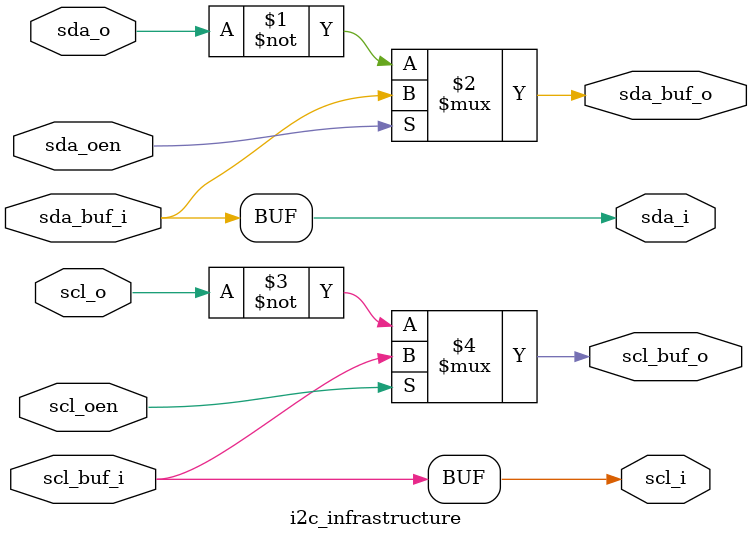
<source format=v>
module i2c_infrastructure(
    sda_i, sda_o, sda_oen,
    scl_i, scl_o, scl_oen,
    sda_buf_o, sda_buf_i,
    scl_buf_o, scl_buf_i,
  );
  output sda_i;
  input  sda_o;
  input  sda_oen;
  output scl_i;
  input  scl_o;
  input  scl_oen;
  output sda_buf_o;
  input  sda_buf_i;
  output scl_buf_o;
  input  scl_buf_i;

  assign sda_buf_o = sda_oen ? sda_buf_i : ~sda_o;
  assign sda_i = sda_buf_i;
  assign scl_buf_o = scl_oen ? scl_buf_i : ~scl_o;
  assign scl_i = scl_buf_i;
  /* true i2c - oc
  assign sda_buf_o = ~sda_oen ? sda_o : 1'b0;
  assign sda_i = sda_buf_i;
  assign scl_buf_o = ~scl_oen ? scl_o : 1'b0;
  assign scl_i = scl_buf_i;
  */
endmodule

</source>
